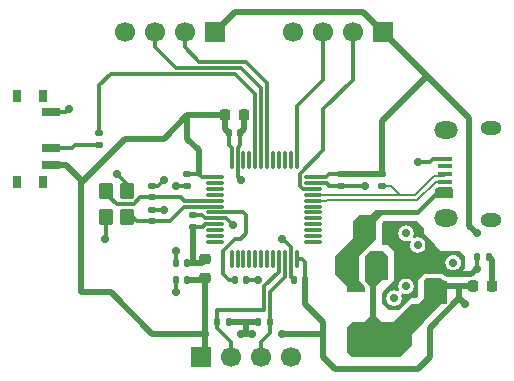
<source format=gbr>
%TF.GenerationSoftware,KiCad,Pcbnew,9.0.4*%
%TF.CreationDate,2025-10-05T01:24:38+05:30*%
%TF.ProjectId,Project4,50726f6a-6563-4743-942e-6b696361645f,rev?*%
%TF.SameCoordinates,Original*%
%TF.FileFunction,Copper,L1,Top*%
%TF.FilePolarity,Positive*%
%FSLAX46Y46*%
G04 Gerber Fmt 4.6, Leading zero omitted, Abs format (unit mm)*
G04 Created by KiCad (PCBNEW 9.0.4) date 2025-10-05 01:24:38*
%MOMM*%
%LPD*%
G01*
G04 APERTURE LIST*
G04 Aperture macros list*
%AMRoundRect*
0 Rectangle with rounded corners*
0 $1 Rounding radius*
0 $2 $3 $4 $5 $6 $7 $8 $9 X,Y pos of 4 corners*
0 Add a 4 corners polygon primitive as box body*
4,1,4,$2,$3,$4,$5,$6,$7,$8,$9,$2,$3,0*
0 Add four circle primitives for the rounded corners*
1,1,$1+$1,$2,$3*
1,1,$1+$1,$4,$5*
1,1,$1+$1,$6,$7*
1,1,$1+$1,$8,$9*
0 Add four rect primitives between the rounded corners*
20,1,$1+$1,$2,$3,$4,$5,0*
20,1,$1+$1,$4,$5,$6,$7,0*
20,1,$1+$1,$6,$7,$8,$9,0*
20,1,$1+$1,$8,$9,$2,$3,0*%
G04 Aperture macros list end*
%TA.AperFunction,SMDPad,CuDef*%
%ADD10RoundRect,0.135000X0.135000X0.185000X-0.135000X0.185000X-0.135000X-0.185000X0.135000X-0.185000X0*%
%TD*%
%TA.AperFunction,SMDPad,CuDef*%
%ADD11RoundRect,0.250000X0.475000X-0.250000X0.475000X0.250000X-0.475000X0.250000X-0.475000X-0.250000X0*%
%TD*%
%TA.AperFunction,HeatsinkPad*%
%ADD12O,1.800000X1.150000*%
%TD*%
%TA.AperFunction,HeatsinkPad*%
%ADD13O,2.000000X1.450000*%
%TD*%
%TA.AperFunction,SMDPad,CuDef*%
%ADD14R,1.300000X0.450000*%
%TD*%
%TA.AperFunction,SMDPad,CuDef*%
%ADD15RoundRect,0.375000X-0.375000X0.625000X-0.375000X-0.625000X0.375000X-0.625000X0.375000X0.625000X0*%
%TD*%
%TA.AperFunction,SMDPad,CuDef*%
%ADD16RoundRect,0.500000X-1.400000X0.500000X-1.400000X-0.500000X1.400000X-0.500000X1.400000X0.500000X0*%
%TD*%
%TA.AperFunction,SMDPad,CuDef*%
%ADD17RoundRect,0.140000X-0.170000X0.140000X-0.170000X-0.140000X0.170000X-0.140000X0.170000X0.140000X0*%
%TD*%
%TA.AperFunction,SMDPad,CuDef*%
%ADD18RoundRect,0.140000X-0.140000X-0.170000X0.140000X-0.170000X0.140000X0.170000X-0.140000X0.170000X0*%
%TD*%
%TA.AperFunction,SMDPad,CuDef*%
%ADD19R,1.500000X0.700000*%
%TD*%
%TA.AperFunction,SMDPad,CuDef*%
%ADD20R,0.800000X1.000000*%
%TD*%
%TA.AperFunction,SMDPad,CuDef*%
%ADD21RoundRect,0.140000X0.170000X-0.140000X0.170000X0.140000X-0.170000X0.140000X-0.170000X-0.140000X0*%
%TD*%
%TA.AperFunction,SMDPad,CuDef*%
%ADD22RoundRect,0.250000X-0.350000X0.450000X-0.350000X-0.450000X0.350000X-0.450000X0.350000X0.450000X0*%
%TD*%
%TA.AperFunction,SMDPad,CuDef*%
%ADD23RoundRect,0.250000X-0.250000X-0.475000X0.250000X-0.475000X0.250000X0.475000X-0.250000X0.475000X0*%
%TD*%
%TA.AperFunction,SMDPad,CuDef*%
%ADD24RoundRect,0.218750X0.218750X0.256250X-0.218750X0.256250X-0.218750X-0.256250X0.218750X-0.256250X0*%
%TD*%
%TA.AperFunction,ComponentPad*%
%ADD25R,1.700000X1.700000*%
%TD*%
%TA.AperFunction,ComponentPad*%
%ADD26C,1.700000*%
%TD*%
%TA.AperFunction,SMDPad,CuDef*%
%ADD27RoundRect,0.140000X0.140000X0.170000X-0.140000X0.170000X-0.140000X-0.170000X0.140000X-0.170000X0*%
%TD*%
%TA.AperFunction,SMDPad,CuDef*%
%ADD28RoundRect,0.225000X-0.225000X-0.250000X0.225000X-0.250000X0.225000X0.250000X-0.225000X0.250000X0*%
%TD*%
%TA.AperFunction,SMDPad,CuDef*%
%ADD29RoundRect,0.218750X-0.256250X0.218750X-0.256250X-0.218750X0.256250X-0.218750X0.256250X0.218750X0*%
%TD*%
%TA.AperFunction,SMDPad,CuDef*%
%ADD30RoundRect,0.135000X-0.135000X-0.185000X0.135000X-0.185000X0.135000X0.185000X-0.135000X0.185000X0*%
%TD*%
%TA.AperFunction,SMDPad,CuDef*%
%ADD31RoundRect,0.135000X-0.185000X0.135000X-0.185000X-0.135000X0.185000X-0.135000X0.185000X0.135000X0*%
%TD*%
%TA.AperFunction,SMDPad,CuDef*%
%ADD32RoundRect,0.075000X-0.075000X-0.662500X0.075000X-0.662500X0.075000X0.662500X-0.075000X0.662500X0*%
%TD*%
%TA.AperFunction,SMDPad,CuDef*%
%ADD33RoundRect,0.075000X-0.662500X-0.075000X0.662500X-0.075000X0.662500X0.075000X-0.662500X0.075000X0*%
%TD*%
%TA.AperFunction,ViaPad*%
%ADD34C,0.700000*%
%TD*%
%TA.AperFunction,Conductor*%
%ADD35C,0.500000*%
%TD*%
%TA.AperFunction,Conductor*%
%ADD36C,0.300000*%
%TD*%
%TA.AperFunction,Conductor*%
%ADD37C,0.200000*%
%TD*%
G04 APERTURE END LIST*
D10*
%TO.P,R1,2*%
%TO.N,GND*%
X132990000Y-98500000D03*
%TO.P,R1,1*%
%TO.N,/PWR_LED_K*%
X134010000Y-98500000D03*
%TD*%
D11*
%TO.P,C2,1*%
%TO.N,+3.3V*%
X129500000Y-100950000D03*
%TO.P,C2,2*%
%TO.N,GND*%
X129500000Y-99050000D03*
%TD*%
D12*
%TO.P,J1,6,Shield*%
%TO.N,unconnected-(J1-Shield-Pad6)*%
X134195000Y-87630000D03*
D13*
X130395000Y-87780000D03*
X130395000Y-95230000D03*
D12*
X134195000Y-95380000D03*
D14*
%TO.P,J1,5,GND*%
%TO.N,GND*%
X130345000Y-90205000D03*
%TO.P,J1,4,ID*%
%TO.N,unconnected-(J1-ID-Pad4)*%
X130345000Y-90855000D03*
%TO.P,J1,3,D+*%
%TO.N,/USB_D+*%
X130345000Y-91505000D03*
%TO.P,J1,2,D-*%
%TO.N,/USB_D-*%
X130345000Y-92155000D03*
%TO.P,J1,1,VBUS*%
%TO.N,VBUS*%
X130345000Y-92805000D03*
%TD*%
D15*
%TO.P,U1,1,GND*%
%TO.N,GND*%
X126800000Y-99350000D03*
%TO.P,U1,2,VO*%
%TO.N,+3.3V*%
X124500000Y-99350000D03*
D16*
X124500000Y-105650000D03*
D15*
%TO.P,U1,3,VI*%
%TO.N,VBUS*%
X122200000Y-99350000D03*
%TD*%
D17*
%TO.P,C4,2*%
%TO.N,GND*%
X108500000Y-92480000D03*
%TO.P,C4,1*%
%TO.N,+3.3V*%
X108500000Y-91520000D03*
%TD*%
D18*
%TO.P,C7,1*%
%TO.N,+3.3V*%
X112020000Y-88000000D03*
%TO.P,C7,2*%
%TO.N,GND*%
X112980000Y-88000000D03*
%TD*%
D19*
%TO.P,SW1,3,C*%
%TO.N,+3.3V*%
X96930000Y-90750000D03*
%TO.P,SW1,2,B*%
%TO.N,/SW_BOOT0*%
X96930000Y-89250000D03*
%TO.P,SW1,1,A*%
%TO.N,GND*%
X96930000Y-86250000D03*
D20*
%TO.P,SW1,*%
%TO.N,*%
X94070000Y-92150000D03*
X96280000Y-92150000D03*
X94070000Y-84850000D03*
X96280000Y-84850000D03*
%TD*%
D21*
%TO.P,C12,1*%
%TO.N,/HSE_IN*%
X105500000Y-93480000D03*
%TO.P,C12,2*%
%TO.N,GND*%
X105500000Y-92520000D03*
%TD*%
%TO.P,C13,2*%
%TO.N,GND*%
X105500000Y-94520000D03*
%TO.P,C13,1*%
%TO.N,/HSE_OUT*%
X105500000Y-95480000D03*
%TD*%
D22*
%TO.P,Y1,4,4*%
%TO.N,GND*%
X103350000Y-92900000D03*
%TO.P,Y1,3,3*%
%TO.N,/HSE_OUT*%
X103350000Y-95100000D03*
%TO.P,Y1,2,2*%
%TO.N,GND*%
X101650000Y-95100000D03*
%TO.P,Y1,1,1*%
%TO.N,/HSE_IN*%
X101650000Y-92900000D03*
%TD*%
D23*
%TO.P,C1,2*%
%TO.N,GND*%
X125450000Y-96500000D03*
%TO.P,C1,1*%
%TO.N,VBUS*%
X123550000Y-96500000D03*
%TD*%
D24*
%TO.P,D1,1,K*%
%TO.N,/PWR_LED_K*%
X134287500Y-101000000D03*
%TO.P,D1,2,A*%
%TO.N,+3.3V*%
X132712500Y-101000000D03*
%TD*%
D25*
%TO.P,J4,1,Pin_1*%
%TO.N,+3.3V*%
X109690000Y-107000000D03*
D26*
%TO.P,J4,2,Pin_2*%
%TO.N,/I2C2_SCL*%
X112230000Y-107000000D03*
%TO.P,J4,3,Pin_3*%
%TO.N,/I2C2_SDA*%
X114770000Y-107000000D03*
%TO.P,J4,4,Pin_4*%
%TO.N,GND*%
X117310000Y-107000000D03*
%TD*%
D25*
%TO.P,J3,1,Pin_1*%
%TO.N,+3.3V*%
X125080000Y-79500000D03*
D26*
%TO.P,J3,2,Pin_2*%
%TO.N,/SWDIO*%
X122540000Y-79500000D03*
%TO.P,J3,3,Pin_3*%
%TO.N,/SWCLK*%
X120000000Y-79500000D03*
%TO.P,J3,4,Pin_4*%
%TO.N,GND*%
X117460000Y-79500000D03*
%TD*%
D18*
%TO.P,C11,2*%
%TO.N,GND*%
X113480000Y-100500000D03*
%TO.P,C11,1*%
%TO.N,/NRST*%
X112520000Y-100500000D03*
%TD*%
D27*
%TO.P,C5,2*%
%TO.N,GND*%
X117520000Y-100500000D03*
%TO.P,C5,1*%
%TO.N,+3.3V*%
X118480000Y-100500000D03*
%TD*%
D28*
%TO.P,C3,2*%
%TO.N,GND*%
X113275000Y-86500000D03*
%TO.P,C3,1*%
%TO.N,+3.3V*%
X111725000Y-86500000D03*
%TD*%
D17*
%TO.P,C6,2*%
%TO.N,GND*%
X121500000Y-92480000D03*
%TO.P,C6,1*%
%TO.N,+3.3V*%
X121500000Y-91520000D03*
%TD*%
D21*
%TO.P,C8,2*%
%TO.N,GND*%
X109000000Y-95000000D03*
%TO.P,C8,1*%
%TO.N,+3.3VA*%
X109000000Y-95960000D03*
%TD*%
D27*
%TO.P,C9,2*%
%TO.N,GND*%
X107500000Y-99000000D03*
%TO.P,C9,1*%
%TO.N,+3.3VA*%
X108460000Y-99000000D03*
%TD*%
%TO.P,C10,2*%
%TO.N,GND*%
X107500000Y-100500000D03*
%TO.P,C10,1*%
%TO.N,+3.3V*%
X108460000Y-100500000D03*
%TD*%
D29*
%TO.P,FB1,2*%
%TO.N,+3.3V*%
X110000000Y-100287500D03*
%TO.P,FB1,1*%
%TO.N,+3.3VA*%
X110000000Y-98712500D03*
%TD*%
D26*
%TO.P,J2,4,Pin_4*%
%TO.N,GND*%
X103190000Y-79500000D03*
%TO.P,J2,3,Pin_3*%
%TO.N,/USART1_RX*%
X105730000Y-79500000D03*
%TO.P,J2,2,Pin_2*%
%TO.N,/USART1_TX*%
X108270000Y-79500000D03*
D25*
%TO.P,J2,1,Pin_1*%
%TO.N,+3.3V*%
X110810000Y-79500000D03*
%TD*%
D10*
%TO.P,R4,2*%
%TO.N,/I2C2_SCL*%
X110990000Y-104000000D03*
%TO.P,R4,1*%
%TO.N,+3.3V*%
X112010000Y-104000000D03*
%TD*%
D30*
%TO.P,R5,2*%
%TO.N,/I2C2_SDA*%
X115510000Y-104000000D03*
%TO.P,R5,1*%
%TO.N,+3.3V*%
X114490000Y-104000000D03*
%TD*%
D31*
%TO.P,R2,2*%
%TO.N,/SW_BOOT0*%
X101000000Y-89010000D03*
%TO.P,R2,1*%
%TO.N,/BOOT0*%
X101000000Y-87990000D03*
%TD*%
%TO.P,R3,2*%
%TO.N,/USB_D+*%
X125000000Y-92510000D03*
%TO.P,R3,1*%
%TO.N,+3.3V*%
X125000000Y-91490000D03*
%TD*%
D32*
%TO.P,U2,48,VDD*%
%TO.N,+3.3V*%
X112250000Y-90337500D03*
%TO.P,U2,47,VSS*%
%TO.N,GND*%
X112750000Y-90337500D03*
%TO.P,U2,46,PB9*%
%TO.N,unconnected-(U2-PB9-Pad46)*%
X113250000Y-90337500D03*
%TO.P,U2,45,PB8*%
%TO.N,unconnected-(U2-PB8-Pad45)*%
X113750000Y-90337500D03*
%TO.P,U2,44,BOOT0*%
%TO.N,/BOOT0*%
X114250000Y-90337500D03*
%TO.P,U2,43,PB7*%
%TO.N,/USART1_RX*%
X114750000Y-90337500D03*
%TO.P,U2,42,PB6*%
%TO.N,/USART1_TX*%
X115250000Y-90337500D03*
%TO.P,U2,41,PB5*%
%TO.N,unconnected-(U2-PB5-Pad41)*%
X115750000Y-90337500D03*
%TO.P,U2,40,PB4*%
%TO.N,unconnected-(U2-PB4-Pad40)*%
X116250000Y-90337500D03*
%TO.P,U2,39,PB3*%
%TO.N,unconnected-(U2-PB3-Pad39)*%
X116750000Y-90337500D03*
%TO.P,U2,38,PA15*%
%TO.N,unconnected-(U2-PA15-Pad38)*%
X117250000Y-90337500D03*
%TO.P,U2,37,PA14*%
%TO.N,/SWCLK*%
X117750000Y-90337500D03*
D33*
%TO.P,U2,36,VDD*%
%TO.N,+3.3V*%
X119162500Y-91750000D03*
%TO.P,U2,35,VSS*%
%TO.N,GND*%
X119162500Y-92250000D03*
%TO.P,U2,34,PA13*%
%TO.N,/SWDIO*%
X119162500Y-92750000D03*
%TO.P,U2,33,PA12*%
%TO.N,/USB_D+*%
X119162500Y-93250000D03*
%TO.P,U2,32,PA11*%
%TO.N,/USB_D-*%
X119162500Y-93750000D03*
%TO.P,U2,31,PA10*%
%TO.N,unconnected-(U2-PA10-Pad31)*%
X119162500Y-94250000D03*
%TO.P,U2,30,PA9*%
%TO.N,unconnected-(U2-PA9-Pad30)*%
X119162500Y-94750000D03*
%TO.P,U2,29,PA8*%
%TO.N,unconnected-(U2-PA8-Pad29)*%
X119162500Y-95250000D03*
%TO.P,U2,28,PB15*%
%TO.N,unconnected-(U2-PB15-Pad28)*%
X119162500Y-95750000D03*
%TO.P,U2,27,PB14*%
%TO.N,unconnected-(U2-PB14-Pad27)*%
X119162500Y-96250000D03*
%TO.P,U2,26,PB13*%
%TO.N,unconnected-(U2-PB13-Pad26)*%
X119162500Y-96750000D03*
%TO.P,U2,25,PB12*%
%TO.N,unconnected-(U2-PB12-Pad25)*%
X119162500Y-97250000D03*
D32*
%TO.P,U2,24,VDD*%
%TO.N,+3.3V*%
X117750000Y-98662500D03*
%TO.P,U2,23,VSS*%
%TO.N,GND*%
X117250000Y-98662500D03*
%TO.P,U2,22,PB11*%
%TO.N,/I2C2_SDA*%
X116750000Y-98662500D03*
%TO.P,U2,21,PB10*%
%TO.N,/I2C2_SCL*%
X116250000Y-98662500D03*
%TO.P,U2,20,PB2*%
%TO.N,unconnected-(U2-PB2-Pad20)*%
X115750000Y-98662500D03*
%TO.P,U2,19,PB1*%
%TO.N,unconnected-(U2-PB1-Pad19)*%
X115250000Y-98662500D03*
%TO.P,U2,18,PB0*%
%TO.N,unconnected-(U2-PB0-Pad18)*%
X114750000Y-98662500D03*
%TO.P,U2,17,PA7*%
%TO.N,unconnected-(U2-PA7-Pad17)*%
X114250000Y-98662500D03*
%TO.P,U2,16,PA6*%
%TO.N,unconnected-(U2-PA6-Pad16)*%
X113750000Y-98662500D03*
%TO.P,U2,15,PA5*%
%TO.N,unconnected-(U2-PA5-Pad15)*%
X113250000Y-98662500D03*
%TO.P,U2,14,PA4*%
%TO.N,unconnected-(U2-PA4-Pad14)*%
X112750000Y-98662500D03*
%TO.P,U2,13,PA3*%
%TO.N,unconnected-(U2-PA3-Pad13)*%
X112250000Y-98662500D03*
D33*
%TO.P,U2,12,PA2*%
%TO.N,unconnected-(U2-PA2-Pad12)*%
X110837500Y-97250000D03*
%TO.P,U2,11,PA1*%
%TO.N,unconnected-(U2-PA1-Pad11)*%
X110837500Y-96750000D03*
%TO.P,U2,10,PA0*%
%TO.N,unconnected-(U2-PA0-Pad10)*%
X110837500Y-96250000D03*
%TO.P,U2,9,VDDA*%
%TO.N,+3.3VA*%
X110837500Y-95750000D03*
%TO.P,U2,8,VSSA*%
%TO.N,GND*%
X110837500Y-95250000D03*
%TO.P,U2,7,NRST*%
%TO.N,/NRST*%
X110837500Y-94750000D03*
%TO.P,U2,6,PD1*%
%TO.N,/HSE_OUT*%
X110837500Y-94250000D03*
%TO.P,U2,5,PD0*%
%TO.N,/HSE_IN*%
X110837500Y-93750000D03*
%TO.P,U2,4,PC15*%
%TO.N,unconnected-(U2-PC15-Pad4)*%
X110837500Y-93250000D03*
%TO.P,U2,3,PC14*%
%TO.N,unconnected-(U2-PC14-Pad3)*%
X110837500Y-92750000D03*
%TO.P,U2,2,PC13*%
%TO.N,unconnected-(U2-PC13-Pad2)*%
X110837500Y-92250000D03*
%TO.P,U2,1,VBAT*%
%TO.N,+3.3V*%
X110837500Y-91750000D03*
%TD*%
D34*
%TO.N,GND*%
X133000000Y-99500000D03*
%TO.N,*%
X131000000Y-99000000D03*
%TO.N,GND*%
X113000000Y-92000000D03*
X123500000Y-92500000D03*
X106500000Y-94500000D03*
X106500000Y-92000000D03*
X102500000Y-91500000D03*
X101500000Y-97000000D03*
X98500000Y-86000000D03*
%TO.N,+3.3V*%
X132000000Y-102500000D03*
X133000000Y-96500000D03*
X116500000Y-105000000D03*
X114000000Y-105000000D03*
X113000000Y-105000000D03*
X110000000Y-105000000D03*
%TO.N,*%
X128000000Y-97500000D03*
X127000000Y-96500000D03*
%TO.N,GND*%
X128000000Y-90500000D03*
%TO.N,*%
X126000000Y-102000000D03*
X127000000Y-101000000D03*
%TO.N,GND*%
X112350000Y-95792980D03*
X116500000Y-97000000D03*
X114500000Y-100500000D03*
X107500000Y-101500000D03*
X107500000Y-98000000D03*
X107500000Y-92500000D03*
%TD*%
D35*
%TO.N,+3.3VA*%
X109000000Y-99000000D02*
X109712500Y-99000000D01*
X109000000Y-99000000D02*
X109000000Y-95960000D01*
%TO.N,/PWR_LED_K*%
X134287500Y-101000000D02*
X134287500Y-98777500D01*
X134287500Y-98777500D02*
X134010000Y-98500000D01*
%TO.N,+3.3V*%
X108500000Y-88500000D02*
X109500000Y-89500000D01*
X108500000Y-86500000D02*
X108500000Y-88500000D01*
X109500000Y-89500000D02*
X109500000Y-91500000D01*
D36*
%TO.N,GND*%
X112750000Y-91750000D02*
X113000000Y-92000000D01*
X112750000Y-90337500D02*
X112750000Y-91750000D01*
X123480000Y-92480000D02*
X123500000Y-92500000D01*
X121500000Y-92480000D02*
X123480000Y-92480000D01*
D35*
%TO.N,+3.3V*%
X125000000Y-91490000D02*
X121530000Y-91490000D01*
X121530000Y-91490000D02*
X121500000Y-91520000D01*
X132370315Y-86790315D02*
X128790000Y-83210000D01*
X125000000Y-87000000D02*
X128790000Y-83210000D01*
X125000000Y-91490000D02*
X125000000Y-87000000D01*
X108460000Y-100500000D02*
X109787500Y-100500000D01*
X109787500Y-100500000D02*
X110000000Y-100287500D01*
%TO.N,+3.3VA*%
X108460000Y-99000000D02*
X109000000Y-99000000D01*
X109712500Y-99000000D02*
X110000000Y-98712500D01*
%TO.N,+3.3V*%
X114000000Y-105000000D02*
X113500000Y-105000000D01*
X113500000Y-105000000D02*
X113000000Y-105000000D01*
X120000000Y-105000000D02*
X116500000Y-105000000D01*
D36*
%TO.N,GND*%
X106480000Y-94520000D02*
X106500000Y-94500000D01*
X105500000Y-94520000D02*
X106480000Y-94520000D01*
X105980000Y-92520000D02*
X106500000Y-92000000D01*
X105500000Y-92520000D02*
X105980000Y-92520000D01*
X103350000Y-92350000D02*
X102500000Y-91500000D01*
X103350000Y-92900000D02*
X103350000Y-92350000D01*
X101650000Y-96850000D02*
X101500000Y-97000000D01*
X101650000Y-95100000D02*
X101650000Y-96850000D01*
X98250000Y-86250000D02*
X98500000Y-86000000D01*
X96930000Y-86250000D02*
X98250000Y-86250000D01*
D35*
%TO.N,+3.3V*%
X110000000Y-105000000D02*
X110000000Y-100287500D01*
X110000000Y-105000000D02*
X110000000Y-106690000D01*
X110000000Y-106690000D02*
X109690000Y-107000000D01*
X110000000Y-105000000D02*
X105500000Y-105000000D01*
X105500000Y-105000000D02*
X102000000Y-101500000D01*
X102000000Y-101500000D02*
X99500000Y-101500000D01*
X99500000Y-101500000D02*
X99500000Y-92250000D01*
X99500000Y-92250000D02*
X99750000Y-92000000D01*
X99500000Y-92000000D02*
X99750000Y-92000000D01*
X99750000Y-92000000D02*
X103250000Y-88500000D01*
X106500000Y-88500000D02*
X108500000Y-86500000D01*
X103250000Y-88500000D02*
X106500000Y-88500000D01*
X108500000Y-86500000D02*
X111725000Y-86500000D01*
X113500000Y-104000000D02*
X112010000Y-104000000D01*
X113500000Y-104000000D02*
X113500000Y-105000000D01*
X132370315Y-95870315D02*
X132370315Y-86790315D01*
X133000000Y-96500000D02*
X132370315Y-95870315D01*
X128790000Y-83210000D02*
X125080000Y-79500000D01*
X132000000Y-102500000D02*
X131500000Y-102000000D01*
X125080000Y-79500000D02*
X123331000Y-77751000D01*
X123331000Y-77751000D02*
X112559000Y-77751000D01*
X112559000Y-77751000D02*
X110810000Y-79500000D01*
X114490000Y-104000000D02*
X113500000Y-104000000D01*
X99500000Y-92000000D02*
X98250000Y-90750000D01*
X98250000Y-90750000D02*
X96930000Y-90750000D01*
X120000000Y-104000000D02*
X120000000Y-105000000D01*
X118480000Y-102480000D02*
X120000000Y-104000000D01*
X128000000Y-108000000D02*
X129000000Y-107000000D01*
X131500000Y-102000000D02*
X131500000Y-101000000D01*
X120000000Y-105000000D02*
X120000000Y-107000000D01*
X118480000Y-100500000D02*
X118480000Y-102480000D01*
X129000000Y-104500000D02*
X131500000Y-102000000D01*
X120000000Y-107000000D02*
X121000000Y-108000000D01*
X121000000Y-108000000D02*
X128000000Y-108000000D01*
X129000000Y-107000000D02*
X129000000Y-104500000D01*
D36*
X131000000Y-101000000D02*
X130950000Y-100950000D01*
D35*
X130950000Y-100950000D02*
X129500000Y-100950000D01*
X131000000Y-101000000D02*
X132712500Y-101000000D01*
D36*
%TO.N,GND*%
X129000000Y-90500000D02*
X128000000Y-90500000D01*
X129295000Y-90205000D02*
X129000000Y-90500000D01*
X130345000Y-90205000D02*
X129295000Y-90205000D01*
D37*
%TO.N,/USB_D-*%
X129518000Y-92155000D02*
X130345000Y-92155000D01*
X127948000Y-93725000D02*
X129518000Y-92155000D01*
%TO.N,/USB_D+*%
X130221000Y-91629000D02*
X130345000Y-91505000D01*
X129500000Y-91629000D02*
X130221000Y-91629000D01*
X129407632Y-91629000D02*
X129500000Y-91629000D01*
X127761632Y-93275000D02*
X129407632Y-91629000D01*
D36*
%TO.N,+3.3VA*%
X110000000Y-98712500D02*
X109712500Y-98712500D01*
%TO.N,/NRST*%
X113250000Y-94750000D02*
X113500000Y-95000000D01*
X113500000Y-95000000D02*
X113500000Y-96500000D01*
X113500000Y-96500000D02*
X113000000Y-97000000D01*
X111500000Y-98000000D02*
X111500000Y-100000000D01*
X112000000Y-100500000D02*
X112520000Y-100500000D01*
X113000000Y-97000000D02*
X112500000Y-97000000D01*
X110837500Y-94750000D02*
X113250000Y-94750000D01*
X111500000Y-100000000D02*
X112000000Y-100500000D01*
X112500000Y-97000000D02*
X111500000Y-98000000D01*
%TO.N,GND*%
X112350000Y-95792980D02*
X111807019Y-95250000D01*
X111807019Y-95250000D02*
X110837500Y-95250000D01*
X117250000Y-97689599D02*
X117250000Y-98662500D01*
X116500000Y-97000000D02*
X116560401Y-97000000D01*
X116560401Y-97000000D02*
X117250000Y-97689599D01*
X114500000Y-100500000D02*
X113480000Y-100500000D01*
X107500000Y-100500000D02*
X107500000Y-101500000D01*
X107500000Y-99000000D02*
X107500000Y-98000000D01*
X107520000Y-92480000D02*
X107500000Y-92500000D01*
X108500000Y-92480000D02*
X107520000Y-92480000D01*
%TO.N,/I2C2_SDA*%
X115510000Y-104000000D02*
X115510000Y-104990000D01*
X115510000Y-104990000D02*
X114770000Y-105730000D01*
X114770000Y-105730000D02*
X114770000Y-107000000D01*
%TO.N,/I2C2_SCL*%
X110990000Y-104000000D02*
X110990000Y-104490000D01*
X110990000Y-104490000D02*
X112230000Y-105730000D01*
X112230000Y-105730000D02*
X112230000Y-107000000D01*
X116250000Y-98662500D02*
X116250000Y-99750000D01*
X116250000Y-99750000D02*
X115000000Y-101000000D01*
X115000000Y-101000000D02*
X115000000Y-103000000D01*
X115000000Y-103000000D02*
X111000000Y-103000000D01*
X111000000Y-103000000D02*
X110990000Y-103010000D01*
X110990000Y-103010000D02*
X110990000Y-104000000D01*
%TO.N,GND*%
X117520000Y-100500000D02*
X117250000Y-100230000D01*
X117250000Y-100230000D02*
X117250000Y-98662500D01*
%TO.N,/HSE_OUT*%
X110837500Y-94250000D02*
X108250000Y-94250000D01*
X108250000Y-94250000D02*
X107020000Y-95480000D01*
X107020000Y-95480000D02*
X105500000Y-95480000D01*
%TO.N,/I2C2_SDA*%
X116750000Y-98662500D02*
X116750000Y-100250000D01*
X116750000Y-100250000D02*
X115510000Y-101490000D01*
X115510000Y-101490000D02*
X115510000Y-104000000D01*
%TO.N,+3.3V*%
X117750000Y-98662500D02*
X118162500Y-98662500D01*
X118162500Y-98662500D02*
X118480000Y-98980000D01*
X118480000Y-98980000D02*
X118480000Y-100500000D01*
%TO.N,/USART1_RX*%
X105730000Y-79500000D02*
X105730000Y-80730000D01*
X105730000Y-80730000D02*
X107500000Y-82500000D01*
X107500000Y-82500000D02*
X113000000Y-82500000D01*
X113000000Y-82500000D02*
X114750000Y-84250000D01*
X114750000Y-84250000D02*
X114750000Y-90337500D01*
%TO.N,/USART1_TX*%
X115250000Y-90337500D02*
X115250000Y-83750000D01*
X115250000Y-83750000D02*
X113500000Y-82000000D01*
X113500000Y-82000000D02*
X109500000Y-82000000D01*
X109500000Y-82000000D02*
X108270000Y-80770000D01*
X108270000Y-80770000D02*
X108270000Y-79500000D01*
%TO.N,/BOOT0*%
X114250000Y-90337500D02*
X114250000Y-84750000D01*
X114250000Y-84750000D02*
X112500000Y-83000000D01*
X112500000Y-83000000D02*
X102000000Y-83000000D01*
X102000000Y-83000000D02*
X101000000Y-84000000D01*
X101000000Y-84000000D02*
X101000000Y-87990000D01*
%TO.N,/SWDIO*%
X122540000Y-79500000D02*
X122500000Y-79540000D01*
X122500000Y-79540000D02*
X122500000Y-83500000D01*
X122500000Y-83500000D02*
X120000000Y-86000000D01*
X120000000Y-86000000D02*
X120000000Y-89500000D01*
X120000000Y-89500000D02*
X118000000Y-91500000D01*
X118000000Y-92500000D02*
X118250000Y-92750000D01*
X118000000Y-91500000D02*
X118000000Y-92500000D01*
X118250000Y-92750000D02*
X119162500Y-92750000D01*
%TO.N,/SWCLK*%
X117750000Y-90337500D02*
X117750000Y-85750000D01*
X117750000Y-85750000D02*
X120000000Y-83500000D01*
X120000000Y-83500000D02*
X120000000Y-79500000D01*
D37*
%TO.N,/USB_D+*%
X119162500Y-93250000D02*
X120268751Y-93250000D01*
X120268751Y-93250000D02*
X120293751Y-93275000D01*
%TO.N,/USB_D-*%
X119162500Y-93750000D02*
X120268751Y-93750000D01*
X120268751Y-93750000D02*
X120293751Y-93725000D01*
D36*
%TO.N,/HSE_IN*%
X105500000Y-93480000D02*
X104520000Y-93480000D01*
X104520000Y-93480000D02*
X104000000Y-94000000D01*
X104000000Y-94000000D02*
X102500000Y-94000000D01*
X102500000Y-94000000D02*
X101650000Y-93150000D01*
X101650000Y-93150000D02*
X101650000Y-92900000D01*
X110837500Y-93750000D02*
X108250000Y-93750000D01*
X108250000Y-93750000D02*
X107980000Y-93480000D01*
X107980000Y-93480000D02*
X105500000Y-93480000D01*
%TO.N,/HSE_OUT*%
X105500000Y-95480000D02*
X104230000Y-95480000D01*
X104230000Y-95480000D02*
X103850000Y-95100000D01*
D35*
%TO.N,+3.3V*%
X111725000Y-86500000D02*
X111725000Y-87705000D01*
X111725000Y-87705000D02*
X112020000Y-88000000D01*
%TO.N,GND*%
X113275000Y-86500000D02*
X113275000Y-87705000D01*
X113275000Y-87705000D02*
X112980000Y-88000000D01*
D36*
%TO.N,+3.3V*%
X119162500Y-91750000D02*
X120250000Y-91750000D01*
X120250000Y-91750000D02*
X120480000Y-91520000D01*
X120480000Y-91520000D02*
X121500000Y-91520000D01*
%TO.N,GND*%
X121500000Y-92480000D02*
X120520000Y-92480000D01*
X120520000Y-92480000D02*
X120290000Y-92250000D01*
X120290000Y-92250000D02*
X119162500Y-92250000D01*
X112750000Y-90337500D02*
X112750000Y-89250000D01*
X112750000Y-89250000D02*
X112980000Y-89020000D01*
X112980000Y-89020000D02*
X112980000Y-88000000D01*
%TO.N,+3.3V*%
X112250000Y-90337500D02*
X112250000Y-89250000D01*
X112020000Y-89020000D02*
X112020000Y-88000000D01*
X112250000Y-89250000D02*
X112020000Y-89020000D01*
X110837500Y-91750000D02*
X109750000Y-91750000D01*
X109500000Y-91500000D02*
X108520000Y-91500000D01*
X108520000Y-91500000D02*
X108500000Y-91520000D01*
X109750000Y-91750000D02*
X109500000Y-91500000D01*
%TO.N,GND*%
X109000000Y-95000000D02*
X109745466Y-95000000D01*
X109745466Y-95000000D02*
X109995466Y-95250000D01*
X109995466Y-95250000D02*
X110837500Y-95250000D01*
%TO.N,+3.3VA*%
X109995466Y-95750000D02*
X110837500Y-95750000D01*
X109000000Y-95960000D02*
X109785466Y-95960000D01*
X109785466Y-95960000D02*
X109995466Y-95750000D01*
%TO.N,/SW_BOOT0*%
X99010000Y-89010000D02*
X101000000Y-89010000D01*
X98770000Y-89250000D02*
X99010000Y-89010000D01*
X96930000Y-89250000D02*
X98770000Y-89250000D01*
D37*
%TO.N,/USB_D+*%
X125735000Y-92510000D02*
X125000000Y-92510000D01*
X126500000Y-93275000D02*
X125735000Y-92510000D01*
X126500000Y-93275000D02*
X127761632Y-93275000D01*
%TO.N,/USB_D-*%
X120293751Y-93725000D02*
X127948000Y-93725000D01*
%TO.N,/USB_D+*%
X120293751Y-93275000D02*
X126500000Y-93275000D01*
D36*
%TO.N,GND*%
X133000000Y-99500000D02*
X132990000Y-99490000D01*
X132990000Y-99490000D02*
X132990000Y-98500000D01*
D35*
X130450000Y-100000000D02*
X129500000Y-99050000D01*
X132500000Y-100000000D02*
X130450000Y-100000000D01*
X133000000Y-99500000D02*
X132500000Y-100000000D01*
%TD*%
%TA.AperFunction,Conductor*%
%TO.N,+3.3V*%
G36*
X127500000Y-104999999D02*
G01*
X127500000Y-104000000D01*
X128500000Y-104000000D01*
X127500000Y-104999999D01*
G37*
%TD.AperFunction*%
%TD*%
%TA.AperFunction,Conductor*%
%TO.N,+3.3V*%
G36*
X125015677Y-98019685D02*
G01*
X125036319Y-98036319D01*
X125463681Y-98463681D01*
X125497166Y-98525004D01*
X125500000Y-98551362D01*
X125500000Y-100376000D01*
X125480315Y-100443039D01*
X125427511Y-100488794D01*
X125376000Y-100500000D01*
X124500000Y-100500000D01*
X124500000Y-104000000D01*
X124000000Y-104000000D01*
X124000000Y-101000000D01*
X123536319Y-100536319D01*
X123502834Y-100474996D01*
X123500000Y-100448638D01*
X123500000Y-98551362D01*
X123519685Y-98484323D01*
X123536319Y-98463681D01*
X123963681Y-98036319D01*
X124025004Y-98002834D01*
X124051362Y-98000000D01*
X124948638Y-98000000D01*
X125015677Y-98019685D01*
G37*
%TD.AperFunction*%
%TD*%
%TA.AperFunction,Conductor*%
%TO.N,VBUS*%
G36*
X123497166Y-101025004D02*
G01*
X123500000Y-101051362D01*
X123500000Y-101376000D01*
X123480315Y-101443039D01*
X123427511Y-101488794D01*
X123376000Y-101500000D01*
X122124000Y-101500000D01*
X122056961Y-101480315D01*
X122011206Y-101427511D01*
X122000000Y-101376000D01*
X122000000Y-101000000D01*
X123483513Y-101000000D01*
X123497166Y-101025004D01*
G37*
%TD.AperFunction*%
%TD*%
%TA.AperFunction,Conductor*%
%TO.N,VBUS*%
G36*
X129500000Y-93500000D02*
G01*
X129499999Y-93500000D01*
X128500000Y-94500000D01*
X128000000Y-94500000D01*
X129500000Y-93000000D01*
X129500000Y-93500000D01*
G37*
%TD.AperFunction*%
%TD*%
%TA.AperFunction,Conductor*%
%TO.N,VBUS*%
G36*
X123463681Y-100963681D02*
G01*
X123478384Y-100990608D01*
X123484420Y-101000000D01*
X123000000Y-101000000D01*
X123000000Y-100500000D01*
X123463681Y-100963681D01*
G37*
%TD.AperFunction*%
%TD*%
%TA.AperFunction,Conductor*%
%TO.N,+3.3V*%
G36*
X127500000Y-104999999D02*
G01*
X127500000Y-105948638D01*
X127480315Y-106015677D01*
X127463681Y-106036319D01*
X126536319Y-106963681D01*
X126474996Y-106997166D01*
X126448638Y-107000000D01*
X122551362Y-107000000D01*
X122484323Y-106980315D01*
X122463681Y-106963681D01*
X122036319Y-106536319D01*
X122002834Y-106474996D01*
X122000000Y-106448638D01*
X122000000Y-104551362D01*
X122019685Y-104484323D01*
X122036319Y-104463681D01*
X122463681Y-104036319D01*
X122525004Y-104002834D01*
X122551362Y-104000000D01*
X123500000Y-104000000D01*
X126000000Y-104000000D01*
X127463681Y-102536319D01*
X127490608Y-102521615D01*
X127500000Y-102515579D01*
X127500000Y-104999999D01*
G37*
%TD.AperFunction*%
%TD*%
%TA.AperFunction,Conductor*%
%TO.N,+3.3V*%
G36*
X129992652Y-100325185D02*
G01*
X130013294Y-100341819D01*
X130111985Y-100440510D01*
X130215024Y-100499999D01*
X130215026Y-100500000D01*
X128515082Y-100500000D01*
X128519685Y-100484323D01*
X128536319Y-100463681D01*
X128658181Y-100341819D01*
X128719504Y-100308334D01*
X128745862Y-100305500D01*
X129925613Y-100305500D01*
X129992652Y-100325185D01*
G37*
%TD.AperFunction*%
%TD*%
%TA.AperFunction,Conductor*%
%TO.N,+3.3V*%
G36*
X130237515Y-100512984D02*
G01*
X130377525Y-100550500D01*
X130377526Y-100550500D01*
X130394257Y-100550500D01*
X130411739Y-100555762D01*
X130426328Y-100565278D01*
X130443039Y-100570185D01*
X130454981Y-100583967D01*
X130470260Y-100593933D01*
X130477388Y-100609826D01*
X130488794Y-100622989D01*
X130493975Y-100646807D01*
X130498854Y-100657684D01*
X130497825Y-100664506D01*
X130500000Y-100674500D01*
X130500000Y-102376000D01*
X130480315Y-102443039D01*
X130427511Y-102488794D01*
X130376000Y-102500000D01*
X130000000Y-102500000D01*
X130500000Y-102000000D01*
X128500000Y-102000000D01*
X128500000Y-100551362D01*
X128508644Y-100521921D01*
X128513413Y-100500000D01*
X130215026Y-100500000D01*
X130237515Y-100512984D01*
G37*
%TD.AperFunction*%
%TD*%
%TA.AperFunction,Conductor*%
%TO.N,+3.3V*%
G36*
X130000000Y-102500000D02*
G01*
X129999999Y-102500000D01*
X128500000Y-104000000D01*
X127500000Y-104000000D01*
X127500000Y-102516487D01*
X127525004Y-102502834D01*
X127551362Y-102500000D01*
X128050000Y-102500000D01*
X128500000Y-102000000D01*
X130500000Y-102000000D01*
X130000000Y-102500000D01*
G37*
%TD.AperFunction*%
%TD*%
%TA.AperFunction,Conductor*%
%TO.N,GND*%
G36*
X128000000Y-100499999D02*
G01*
X128000000Y-100000000D01*
X128499999Y-100000000D01*
X128000000Y-100499999D01*
G37*
%TD.AperFunction*%
%TD*%
%TA.AperFunction,Conductor*%
%TO.N,+3.3V*%
G36*
X124500000Y-100999999D02*
G01*
X124500000Y-100500000D01*
X124999999Y-100500000D01*
X124500000Y-100999999D01*
G37*
%TD.AperFunction*%
%TD*%
%TA.AperFunction,Conductor*%
%TO.N,+3.3V*%
G36*
X124000000Y-104000000D02*
G01*
X123500000Y-104000000D01*
X124000000Y-103500000D01*
X124000000Y-104000000D01*
G37*
%TD.AperFunction*%
%TD*%
%TA.AperFunction,Conductor*%
%TO.N,+3.3V*%
G36*
X125000000Y-104000000D02*
G01*
X124500000Y-104000000D01*
X124500000Y-103500000D01*
X125000000Y-104000000D01*
G37*
%TD.AperFunction*%
%TD*%
%TA.AperFunction,Conductor*%
%TO.N,GND*%
G36*
X127000000Y-99500000D02*
G01*
X126000000Y-100500000D01*
X126000000Y-98500000D01*
X126000000Y-98000000D01*
X126000000Y-97500000D01*
X127000000Y-97500000D01*
X127000000Y-99500000D01*
G37*
%TD.AperFunction*%
%TD*%
%TA.AperFunction,Conductor*%
%TO.N,GND*%
G36*
X126000000Y-98000000D02*
G01*
X125500000Y-97500000D01*
X126000000Y-97500000D01*
X126000000Y-98000000D01*
G37*
%TD.AperFunction*%
%TD*%
%TA.AperFunction,Conductor*%
%TO.N,VBUS*%
G36*
X128036319Y-94963681D02*
G01*
X127974996Y-94997166D01*
X127948638Y-95000000D01*
X124999999Y-95000000D01*
X124500000Y-95499999D01*
X124500000Y-95500000D01*
X124000000Y-95000000D01*
X124463681Y-94536319D01*
X124525004Y-94502834D01*
X124551362Y-94500000D01*
X128000000Y-94500000D01*
X128500000Y-94500000D01*
X128036319Y-94963681D01*
G37*
%TD.AperFunction*%
%TA.AperFunction,Conductor*%
G36*
X129650135Y-92680500D02*
G01*
X130876000Y-92680499D01*
X130943039Y-92700184D01*
X130988794Y-92752987D01*
X131000000Y-92804499D01*
X131000000Y-93376000D01*
X130980315Y-93443039D01*
X130927511Y-93488794D01*
X130876000Y-93500000D01*
X129500000Y-93500000D01*
X129500000Y-92802299D01*
X129519685Y-92735260D01*
X129572489Y-92689505D01*
X129638295Y-92679126D01*
X129650135Y-92680500D01*
G37*
%TD.AperFunction*%
%TD*%
%TA.AperFunction,Conductor*%
%TO.N,VBUS*%
G36*
X124500000Y-95500000D02*
G01*
X124500000Y-96948638D01*
X124480315Y-97015677D01*
X124463681Y-97036319D01*
X123000000Y-98499999D01*
X123000000Y-98500000D01*
X123000000Y-101000000D01*
X122000000Y-101000000D01*
X121036319Y-100036319D01*
X121002834Y-99974996D01*
X121000000Y-99948638D01*
X121000000Y-98551362D01*
X121019685Y-98484323D01*
X121036319Y-98463681D01*
X122500000Y-97000000D01*
X122500000Y-95551362D01*
X122519685Y-95484323D01*
X122536319Y-95463681D01*
X122963681Y-95036319D01*
X123025004Y-95002834D01*
X123051362Y-95000000D01*
X124000000Y-95000000D01*
X124500000Y-95500000D01*
G37*
%TD.AperFunction*%
%TD*%
%TA.AperFunction,Conductor*%
%TO.N,GND*%
G36*
X128015677Y-95519685D02*
G01*
X128036319Y-95536319D01*
X128463681Y-95963681D01*
X128497166Y-96025004D01*
X128500000Y-96051362D01*
X128500000Y-97080054D01*
X128414672Y-96994726D01*
X128414668Y-96994723D01*
X128308133Y-96923538D01*
X128308124Y-96923533D01*
X128189744Y-96874499D01*
X128189738Y-96874497D01*
X128064071Y-96849500D01*
X128064069Y-96849500D01*
X127935931Y-96849500D01*
X127935929Y-96849500D01*
X127810261Y-96874497D01*
X127810256Y-96874499D01*
X127771432Y-96890580D01*
X127701963Y-96898047D01*
X127639484Y-96866772D01*
X127603832Y-96806682D01*
X127606327Y-96736857D01*
X127609421Y-96728564D01*
X127625499Y-96689749D01*
X127625499Y-96689748D01*
X127625501Y-96689744D01*
X127650500Y-96564069D01*
X127650500Y-96435931D01*
X127650500Y-96435928D01*
X127625502Y-96310261D01*
X127625501Y-96310260D01*
X127625501Y-96310256D01*
X127576465Y-96191873D01*
X127576464Y-96191872D01*
X127576461Y-96191866D01*
X127505276Y-96085331D01*
X127505273Y-96085327D01*
X127414672Y-95994726D01*
X127414668Y-95994723D01*
X127308133Y-95923538D01*
X127308124Y-95923533D01*
X127189744Y-95874499D01*
X127189738Y-95874497D01*
X127064071Y-95849500D01*
X127064069Y-95849500D01*
X126935931Y-95849500D01*
X126935929Y-95849500D01*
X126810261Y-95874497D01*
X126810255Y-95874499D01*
X126691875Y-95923533D01*
X126691866Y-95923538D01*
X126585331Y-95994723D01*
X126585327Y-95994726D01*
X126494726Y-96085327D01*
X126494723Y-96085331D01*
X126423538Y-96191866D01*
X126423533Y-96191875D01*
X126374499Y-96310255D01*
X126374497Y-96310261D01*
X126349500Y-96435928D01*
X126349500Y-96435931D01*
X126349500Y-96564069D01*
X126349500Y-96564071D01*
X126349499Y-96564071D01*
X126374497Y-96689738D01*
X126374499Y-96689744D01*
X126423533Y-96808124D01*
X126423538Y-96808133D01*
X126494723Y-96914668D01*
X126494726Y-96914672D01*
X126585327Y-97005273D01*
X126585331Y-97005276D01*
X126691866Y-97076461D01*
X126691875Y-97076466D01*
X126713277Y-97085331D01*
X126810256Y-97125501D01*
X126810260Y-97125501D01*
X126810261Y-97125502D01*
X126935928Y-97150500D01*
X126935931Y-97150500D01*
X127064071Y-97150500D01*
X127150914Y-97133225D01*
X127189744Y-97125501D01*
X127228564Y-97109420D01*
X127298033Y-97101951D01*
X127360513Y-97133225D01*
X127396166Y-97193314D01*
X127393673Y-97263139D01*
X127390580Y-97271432D01*
X127374499Y-97310256D01*
X127374497Y-97310261D01*
X127349500Y-97435928D01*
X127349500Y-97435931D01*
X127349500Y-97564069D01*
X127349500Y-97564071D01*
X127349499Y-97564071D01*
X127374497Y-97689738D01*
X127374499Y-97689744D01*
X127423533Y-97808124D01*
X127423538Y-97808133D01*
X127494723Y-97914668D01*
X127494726Y-97914672D01*
X127585327Y-98005273D01*
X127585331Y-98005276D01*
X127691866Y-98076461D01*
X127691872Y-98076464D01*
X127691873Y-98076465D01*
X127810256Y-98125501D01*
X127810260Y-98125501D01*
X127810261Y-98125502D01*
X127935928Y-98150500D01*
X127935931Y-98150500D01*
X128064071Y-98150500D01*
X128148615Y-98133682D01*
X128189744Y-98125501D01*
X128308127Y-98076465D01*
X128414669Y-98005276D01*
X128500000Y-97919945D01*
X128500000Y-100000000D01*
X128000000Y-100000000D01*
X128000000Y-100499999D01*
X128000000Y-101876000D01*
X127980315Y-101943039D01*
X127927511Y-101988794D01*
X127876000Y-102000000D01*
X127499999Y-102000000D01*
X126536319Y-102963681D01*
X126474996Y-102997166D01*
X126448638Y-103000000D01*
X125551362Y-103000000D01*
X125484323Y-102980315D01*
X125463681Y-102963681D01*
X125036319Y-102536319D01*
X125002834Y-102474996D01*
X125000000Y-102448638D01*
X125000000Y-102064071D01*
X125349499Y-102064071D01*
X125374497Y-102189738D01*
X125374499Y-102189744D01*
X125423533Y-102308124D01*
X125423538Y-102308133D01*
X125494723Y-102414668D01*
X125494726Y-102414672D01*
X125585327Y-102505273D01*
X125585331Y-102505276D01*
X125691866Y-102576461D01*
X125691872Y-102576464D01*
X125691873Y-102576465D01*
X125810256Y-102625501D01*
X125810260Y-102625501D01*
X125810261Y-102625502D01*
X125935928Y-102650500D01*
X125935931Y-102650500D01*
X126064071Y-102650500D01*
X126148615Y-102633682D01*
X126189744Y-102625501D01*
X126308127Y-102576465D01*
X126414669Y-102505276D01*
X126505276Y-102414669D01*
X126576465Y-102308127D01*
X126625501Y-102189744D01*
X126650500Y-102064069D01*
X126650500Y-101935931D01*
X126650500Y-101935928D01*
X126625502Y-101810261D01*
X126625501Y-101810260D01*
X126625501Y-101810256D01*
X126609419Y-101771432D01*
X126601951Y-101701965D01*
X126633226Y-101639486D01*
X126693315Y-101603833D01*
X126763140Y-101606326D01*
X126771425Y-101609416D01*
X126810256Y-101625501D01*
X126810260Y-101625501D01*
X126810261Y-101625502D01*
X126935928Y-101650500D01*
X126935931Y-101650500D01*
X127064071Y-101650500D01*
X127148615Y-101633682D01*
X127189744Y-101625501D01*
X127308127Y-101576465D01*
X127414669Y-101505276D01*
X127505276Y-101414669D01*
X127576465Y-101308127D01*
X127625501Y-101189744D01*
X127650500Y-101064069D01*
X127650500Y-100935931D01*
X127650500Y-100935928D01*
X127625502Y-100810261D01*
X127625501Y-100810260D01*
X127625501Y-100810256D01*
X127576465Y-100691873D01*
X127576464Y-100691872D01*
X127576461Y-100691866D01*
X127505276Y-100585331D01*
X127505273Y-100585327D01*
X127414672Y-100494726D01*
X127414668Y-100494723D01*
X127308133Y-100423538D01*
X127308124Y-100423533D01*
X127189744Y-100374499D01*
X127189738Y-100374497D01*
X127064071Y-100349500D01*
X127064069Y-100349500D01*
X126935931Y-100349500D01*
X126935929Y-100349500D01*
X126810261Y-100374497D01*
X126810255Y-100374499D01*
X126691875Y-100423533D01*
X126691866Y-100423538D01*
X126585331Y-100494723D01*
X126585327Y-100494726D01*
X126494726Y-100585327D01*
X126494723Y-100585331D01*
X126423538Y-100691866D01*
X126423533Y-100691875D01*
X126374499Y-100810255D01*
X126374497Y-100810261D01*
X126349500Y-100935928D01*
X126349500Y-100935931D01*
X126349500Y-101064069D01*
X126349500Y-101064071D01*
X126349499Y-101064071D01*
X126374497Y-101189738D01*
X126374500Y-101189748D01*
X126390579Y-101228566D01*
X126398048Y-101298035D01*
X126366772Y-101360514D01*
X126306683Y-101396166D01*
X126236858Y-101393672D01*
X126228566Y-101390579D01*
X126189748Y-101374500D01*
X126189738Y-101374497D01*
X126064071Y-101349500D01*
X126064069Y-101349500D01*
X125935931Y-101349500D01*
X125935929Y-101349500D01*
X125810261Y-101374497D01*
X125810255Y-101374499D01*
X125691875Y-101423533D01*
X125691866Y-101423538D01*
X125585331Y-101494723D01*
X125585327Y-101494726D01*
X125494726Y-101585327D01*
X125494723Y-101585331D01*
X125423538Y-101691866D01*
X125423533Y-101691875D01*
X125374499Y-101810255D01*
X125374497Y-101810261D01*
X125349500Y-101935928D01*
X125349500Y-101935931D01*
X125349500Y-102064069D01*
X125349500Y-102064071D01*
X125349499Y-102064071D01*
X125000000Y-102064071D01*
X125000000Y-101551362D01*
X125019685Y-101484323D01*
X125036319Y-101463681D01*
X125435929Y-101064071D01*
X126000000Y-100500000D01*
X127000000Y-99500000D01*
X127000000Y-97500000D01*
X126000000Y-97500000D01*
X125500000Y-97500000D01*
X125124000Y-97500000D01*
X125056961Y-97480315D01*
X125011206Y-97427511D01*
X125000000Y-97376000D01*
X125000000Y-95624000D01*
X125019685Y-95556961D01*
X125072489Y-95511206D01*
X125124000Y-95500000D01*
X127948638Y-95500000D01*
X128015677Y-95519685D01*
G37*
%TD.AperFunction*%
%TD*%
%TA.AperFunction,Conductor*%
%TO.N,GND*%
G36*
X131515677Y-98019685D02*
G01*
X131536319Y-98036319D01*
X131963681Y-98463681D01*
X131997166Y-98525004D01*
X132000000Y-98551362D01*
X132000000Y-99448638D01*
X131980315Y-99515677D01*
X131963681Y-99536319D01*
X131536319Y-99963681D01*
X131509391Y-99978384D01*
X131500000Y-99984419D01*
X131500000Y-99419945D01*
X131505273Y-99414672D01*
X131505276Y-99414669D01*
X131576465Y-99308127D01*
X131625501Y-99189744D01*
X131650500Y-99064069D01*
X131650500Y-98935931D01*
X131650500Y-98935928D01*
X131625502Y-98810261D01*
X131625501Y-98810260D01*
X131625501Y-98810256D01*
X131576465Y-98691873D01*
X131576464Y-98691872D01*
X131576461Y-98691866D01*
X131505276Y-98585331D01*
X131505273Y-98585327D01*
X131500000Y-98580054D01*
X131500000Y-98015081D01*
X131515677Y-98019685D01*
G37*
%TD.AperFunction*%
%TD*%
%TA.AperFunction,Conductor*%
%TO.N,GND*%
G36*
X131500000Y-98015081D02*
G01*
X131500000Y-98500000D01*
X131419946Y-98500000D01*
X131414672Y-98494726D01*
X131414668Y-98494723D01*
X131308133Y-98423538D01*
X131308124Y-98423533D01*
X131189744Y-98374499D01*
X131189738Y-98374497D01*
X131064071Y-98349500D01*
X131064069Y-98349500D01*
X130935931Y-98349500D01*
X130935929Y-98349500D01*
X130810261Y-98374497D01*
X130810255Y-98374499D01*
X130691875Y-98423533D01*
X130691866Y-98423538D01*
X130585331Y-98494723D01*
X130585327Y-98494726D01*
X130580053Y-98500000D01*
X129500000Y-98500000D01*
X129500000Y-98000000D01*
X130000000Y-98000000D01*
X131448638Y-98000000D01*
X131500000Y-98015081D01*
G37*
%TD.AperFunction*%
%TD*%
%TA.AperFunction,Conductor*%
%TO.N,GND*%
G36*
X130000000Y-98000000D02*
G01*
X129500000Y-98000000D01*
X129500000Y-97500000D01*
X130000000Y-98000000D01*
G37*
%TD.AperFunction*%
%TD*%
%TA.AperFunction,Conductor*%
%TO.N,GND*%
G36*
X129500000Y-97500000D02*
G01*
X129500000Y-98500000D01*
X130580053Y-98500000D01*
X130494726Y-98585327D01*
X130494723Y-98585331D01*
X130423538Y-98691866D01*
X130423533Y-98691875D01*
X130374499Y-98810255D01*
X130374497Y-98810261D01*
X130349500Y-98935928D01*
X130349500Y-98935931D01*
X130349500Y-99064069D01*
X130349500Y-99064071D01*
X130349499Y-99064071D01*
X130374497Y-99189738D01*
X130374499Y-99189744D01*
X130423533Y-99308124D01*
X130423538Y-99308133D01*
X130494723Y-99414668D01*
X130494726Y-99414672D01*
X130585327Y-99505273D01*
X130585331Y-99505276D01*
X130691866Y-99576461D01*
X130691872Y-99576464D01*
X130691873Y-99576465D01*
X130810256Y-99625501D01*
X130810260Y-99625501D01*
X130810261Y-99625502D01*
X130935928Y-99650500D01*
X130935931Y-99650500D01*
X131064071Y-99650500D01*
X131148615Y-99633682D01*
X131189744Y-99625501D01*
X131308127Y-99576465D01*
X131414669Y-99505276D01*
X131500000Y-99419945D01*
X131500000Y-99983512D01*
X131474996Y-99997166D01*
X131448638Y-100000000D01*
X128500000Y-100000000D01*
X128500000Y-97919945D01*
X128505273Y-97914672D01*
X128505276Y-97914669D01*
X128576465Y-97808127D01*
X128625501Y-97689744D01*
X128650500Y-97564069D01*
X128650500Y-97435931D01*
X128650500Y-97435928D01*
X128625502Y-97310261D01*
X128625501Y-97310260D01*
X128625501Y-97310256D01*
X128576465Y-97191873D01*
X128576464Y-97191872D01*
X128576461Y-97191866D01*
X128505276Y-97085331D01*
X128505273Y-97085327D01*
X128500000Y-97080054D01*
X128500000Y-96500000D01*
X129500000Y-97500000D01*
G37*
%TD.AperFunction*%
%TD*%
M02*

</source>
